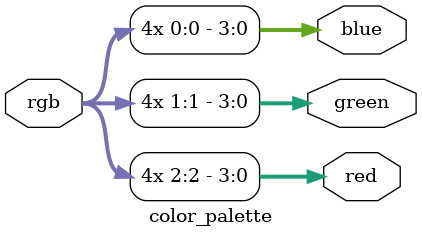
<source format=sv>
module color_palette(//SKOUTELIS
  input logic[2:0] rgb,
  
  output logic[3:0] red,
  output logic[3:0] green,
  output logic[3:0] blue
);

//Since we are only using absolute values of RGB, as well as their combinations, we translate the 12bit information of a pixel's colour into a 3 bit one
  
assign red = {4{rgb[2]}};
assign green = {4{rgb[1]}};
assign blue = {4{rgb[0]}};
  
endmodule

</source>
